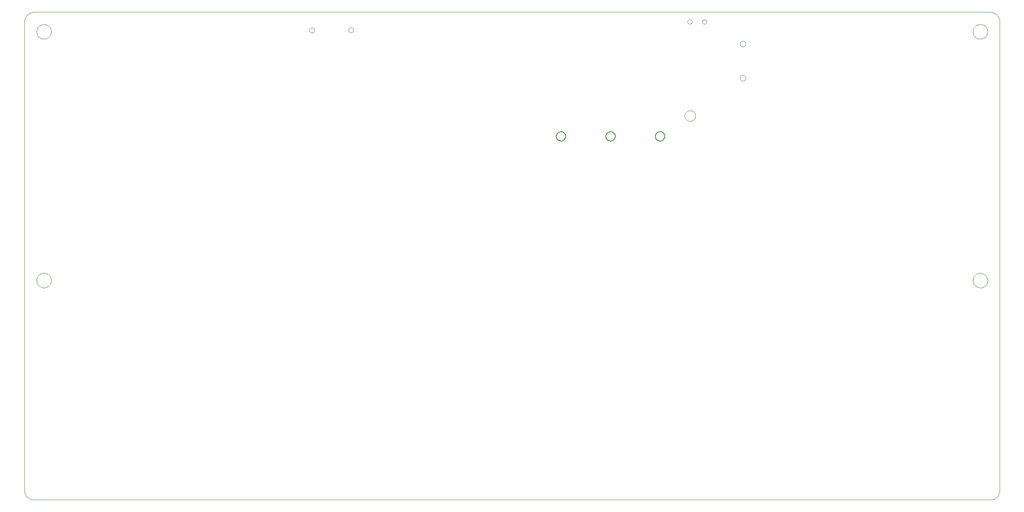
<source format=gbo>
G75*
G70*
%OFA0B0*%
%FSLAX24Y24*%
%IPPOS*%
%LPD*%
%AMOC8*
5,1,8,0,0,1.08239X$1,22.5*
%
%ADD10C,0.0000*%
%ADD11C,0.0050*%
D10*
X000927Y000100D02*
X078093Y000100D01*
X078147Y000102D01*
X078200Y000107D01*
X078253Y000116D01*
X078305Y000129D01*
X078357Y000145D01*
X078407Y000165D01*
X078455Y000188D01*
X078502Y000215D01*
X078547Y000244D01*
X078590Y000277D01*
X078630Y000312D01*
X078668Y000350D01*
X078703Y000390D01*
X078736Y000433D01*
X078765Y000478D01*
X078792Y000525D01*
X078815Y000573D01*
X078835Y000623D01*
X078851Y000675D01*
X078864Y000727D01*
X078873Y000780D01*
X078878Y000833D01*
X078880Y000887D01*
X078880Y038683D01*
X078878Y038737D01*
X078873Y038790D01*
X078864Y038843D01*
X078851Y038895D01*
X078835Y038947D01*
X078815Y038997D01*
X078792Y039045D01*
X078765Y039092D01*
X078736Y039137D01*
X078703Y039180D01*
X078668Y039220D01*
X078630Y039258D01*
X078590Y039293D01*
X078547Y039326D01*
X078502Y039355D01*
X078455Y039382D01*
X078407Y039405D01*
X078357Y039425D01*
X078305Y039441D01*
X078253Y039454D01*
X078200Y039463D01*
X078147Y039468D01*
X078093Y039470D01*
X000927Y039470D01*
X000873Y039468D01*
X000820Y039463D01*
X000767Y039454D01*
X000715Y039441D01*
X000663Y039425D01*
X000613Y039405D01*
X000565Y039382D01*
X000518Y039355D01*
X000473Y039326D01*
X000430Y039293D01*
X000390Y039258D01*
X000352Y039220D01*
X000317Y039180D01*
X000284Y039137D01*
X000255Y039092D01*
X000228Y039045D01*
X000205Y038997D01*
X000185Y038947D01*
X000169Y038895D01*
X000156Y038843D01*
X000147Y038790D01*
X000142Y038737D01*
X000140Y038683D01*
X000140Y000887D01*
X000142Y000833D01*
X000147Y000780D01*
X000156Y000727D01*
X000169Y000675D01*
X000185Y000623D01*
X000205Y000573D01*
X000228Y000525D01*
X000255Y000478D01*
X000284Y000433D01*
X000317Y000390D01*
X000352Y000350D01*
X000390Y000312D01*
X000430Y000277D01*
X000473Y000244D01*
X000518Y000215D01*
X000565Y000188D01*
X000613Y000165D01*
X000663Y000145D01*
X000715Y000129D01*
X000767Y000116D01*
X000820Y000107D01*
X000873Y000102D01*
X000927Y000100D01*
X001124Y017817D02*
X001126Y017865D01*
X001132Y017913D01*
X001142Y017960D01*
X001155Y018006D01*
X001173Y018051D01*
X001193Y018095D01*
X001218Y018137D01*
X001246Y018176D01*
X001276Y018213D01*
X001310Y018247D01*
X001347Y018279D01*
X001385Y018308D01*
X001426Y018333D01*
X001469Y018355D01*
X001514Y018373D01*
X001560Y018387D01*
X001607Y018398D01*
X001655Y018405D01*
X001703Y018408D01*
X001751Y018407D01*
X001799Y018402D01*
X001847Y018393D01*
X001893Y018381D01*
X001938Y018364D01*
X001982Y018344D01*
X002024Y018321D01*
X002064Y018294D01*
X002102Y018264D01*
X002137Y018231D01*
X002169Y018195D01*
X002199Y018157D01*
X002225Y018116D01*
X002247Y018073D01*
X002267Y018029D01*
X002282Y017984D01*
X002294Y017937D01*
X002302Y017889D01*
X002306Y017841D01*
X002306Y017793D01*
X002302Y017745D01*
X002294Y017697D01*
X002282Y017650D01*
X002267Y017605D01*
X002247Y017561D01*
X002225Y017518D01*
X002199Y017477D01*
X002169Y017439D01*
X002137Y017403D01*
X002102Y017370D01*
X002064Y017340D01*
X002024Y017313D01*
X001982Y017290D01*
X001938Y017270D01*
X001893Y017253D01*
X001847Y017241D01*
X001799Y017232D01*
X001751Y017227D01*
X001703Y017226D01*
X001655Y017229D01*
X001607Y017236D01*
X001560Y017247D01*
X001514Y017261D01*
X001469Y017279D01*
X001426Y017301D01*
X001385Y017326D01*
X001347Y017355D01*
X001310Y017387D01*
X001276Y017421D01*
X001246Y017458D01*
X001218Y017497D01*
X001193Y017539D01*
X001173Y017583D01*
X001155Y017628D01*
X001142Y017674D01*
X001132Y017721D01*
X001126Y017769D01*
X001124Y017817D01*
X001124Y037895D02*
X001126Y037943D01*
X001132Y037991D01*
X001142Y038038D01*
X001155Y038084D01*
X001173Y038129D01*
X001193Y038173D01*
X001218Y038215D01*
X001246Y038254D01*
X001276Y038291D01*
X001310Y038325D01*
X001347Y038357D01*
X001385Y038386D01*
X001426Y038411D01*
X001469Y038433D01*
X001514Y038451D01*
X001560Y038465D01*
X001607Y038476D01*
X001655Y038483D01*
X001703Y038486D01*
X001751Y038485D01*
X001799Y038480D01*
X001847Y038471D01*
X001893Y038459D01*
X001938Y038442D01*
X001982Y038422D01*
X002024Y038399D01*
X002064Y038372D01*
X002102Y038342D01*
X002137Y038309D01*
X002169Y038273D01*
X002199Y038235D01*
X002225Y038194D01*
X002247Y038151D01*
X002267Y038107D01*
X002282Y038062D01*
X002294Y038015D01*
X002302Y037967D01*
X002306Y037919D01*
X002306Y037871D01*
X002302Y037823D01*
X002294Y037775D01*
X002282Y037728D01*
X002267Y037683D01*
X002247Y037639D01*
X002225Y037596D01*
X002199Y037555D01*
X002169Y037517D01*
X002137Y037481D01*
X002102Y037448D01*
X002064Y037418D01*
X002024Y037391D01*
X001982Y037368D01*
X001938Y037348D01*
X001893Y037331D01*
X001847Y037319D01*
X001799Y037310D01*
X001751Y037305D01*
X001703Y037304D01*
X001655Y037307D01*
X001607Y037314D01*
X001560Y037325D01*
X001514Y037339D01*
X001469Y037357D01*
X001426Y037379D01*
X001385Y037404D01*
X001347Y037433D01*
X001310Y037465D01*
X001276Y037499D01*
X001246Y037536D01*
X001218Y037575D01*
X001193Y037617D01*
X001173Y037661D01*
X001155Y037706D01*
X001142Y037752D01*
X001132Y037799D01*
X001126Y037847D01*
X001124Y037895D01*
X023152Y038013D02*
X023154Y038040D01*
X023160Y038067D01*
X023169Y038093D01*
X023182Y038117D01*
X023198Y038140D01*
X023217Y038159D01*
X023239Y038176D01*
X023263Y038190D01*
X023288Y038200D01*
X023315Y038207D01*
X023342Y038210D01*
X023370Y038209D01*
X023397Y038204D01*
X023423Y038196D01*
X023447Y038184D01*
X023470Y038168D01*
X023491Y038150D01*
X023508Y038129D01*
X023523Y038105D01*
X023534Y038080D01*
X023542Y038054D01*
X023546Y038027D01*
X023546Y037999D01*
X023542Y037972D01*
X023534Y037946D01*
X023523Y037921D01*
X023508Y037897D01*
X023491Y037876D01*
X023470Y037858D01*
X023448Y037842D01*
X023423Y037830D01*
X023397Y037822D01*
X023370Y037817D01*
X023342Y037816D01*
X023315Y037819D01*
X023288Y037826D01*
X023263Y037836D01*
X023239Y037850D01*
X023217Y037867D01*
X023198Y037886D01*
X023182Y037909D01*
X023169Y037933D01*
X023160Y037959D01*
X023154Y037986D01*
X023152Y038013D01*
X026301Y038013D02*
X026303Y038040D01*
X026309Y038067D01*
X026318Y038093D01*
X026331Y038117D01*
X026347Y038140D01*
X026366Y038159D01*
X026388Y038176D01*
X026412Y038190D01*
X026437Y038200D01*
X026464Y038207D01*
X026491Y038210D01*
X026519Y038209D01*
X026546Y038204D01*
X026572Y038196D01*
X026596Y038184D01*
X026619Y038168D01*
X026640Y038150D01*
X026657Y038129D01*
X026672Y038105D01*
X026683Y038080D01*
X026691Y038054D01*
X026695Y038027D01*
X026695Y037999D01*
X026691Y037972D01*
X026683Y037946D01*
X026672Y037921D01*
X026657Y037897D01*
X026640Y037876D01*
X026619Y037858D01*
X026597Y037842D01*
X026572Y037830D01*
X026546Y037822D01*
X026519Y037817D01*
X026491Y037816D01*
X026464Y037819D01*
X026437Y037826D01*
X026412Y037836D01*
X026388Y037850D01*
X026366Y037867D01*
X026347Y037886D01*
X026331Y037909D01*
X026318Y037933D01*
X026309Y037959D01*
X026303Y037986D01*
X026301Y038013D01*
X053678Y038691D02*
X053680Y038717D01*
X053686Y038743D01*
X053696Y038768D01*
X053709Y038791D01*
X053725Y038811D01*
X053745Y038829D01*
X053767Y038844D01*
X053790Y038856D01*
X053816Y038864D01*
X053842Y038868D01*
X053868Y038868D01*
X053894Y038864D01*
X053920Y038856D01*
X053944Y038844D01*
X053965Y038829D01*
X053985Y038811D01*
X054001Y038791D01*
X054014Y038768D01*
X054024Y038743D01*
X054030Y038717D01*
X054032Y038691D01*
X054030Y038665D01*
X054024Y038639D01*
X054014Y038614D01*
X054001Y038591D01*
X053985Y038571D01*
X053965Y038553D01*
X053943Y038538D01*
X053920Y038526D01*
X053894Y038518D01*
X053868Y038514D01*
X053842Y038514D01*
X053816Y038518D01*
X053790Y038526D01*
X053766Y038538D01*
X053745Y038553D01*
X053725Y038571D01*
X053709Y038591D01*
X053696Y038614D01*
X053686Y038639D01*
X053680Y038665D01*
X053678Y038691D01*
X054859Y038691D02*
X054861Y038717D01*
X054867Y038743D01*
X054877Y038768D01*
X054890Y038791D01*
X054906Y038811D01*
X054926Y038829D01*
X054948Y038844D01*
X054971Y038856D01*
X054997Y038864D01*
X055023Y038868D01*
X055049Y038868D01*
X055075Y038864D01*
X055101Y038856D01*
X055125Y038844D01*
X055146Y038829D01*
X055166Y038811D01*
X055182Y038791D01*
X055195Y038768D01*
X055205Y038743D01*
X055211Y038717D01*
X055213Y038691D01*
X055211Y038665D01*
X055205Y038639D01*
X055195Y038614D01*
X055182Y038591D01*
X055166Y038571D01*
X055146Y038553D01*
X055124Y038538D01*
X055101Y038526D01*
X055075Y038518D01*
X055049Y038514D01*
X055023Y038514D01*
X054997Y038518D01*
X054971Y038526D01*
X054947Y038538D01*
X054926Y038553D01*
X054906Y038571D01*
X054890Y038591D01*
X054877Y038614D01*
X054867Y038639D01*
X054861Y038665D01*
X054859Y038691D01*
X057896Y036911D02*
X057898Y036941D01*
X057904Y036971D01*
X057913Y037000D01*
X057926Y037027D01*
X057943Y037052D01*
X057962Y037075D01*
X057985Y037096D01*
X058010Y037113D01*
X058036Y037127D01*
X058065Y037137D01*
X058094Y037144D01*
X058124Y037147D01*
X058155Y037146D01*
X058185Y037141D01*
X058214Y037132D01*
X058241Y037120D01*
X058267Y037105D01*
X058291Y037086D01*
X058312Y037064D01*
X058330Y037040D01*
X058345Y037013D01*
X058356Y036985D01*
X058364Y036956D01*
X058368Y036926D01*
X058368Y036896D01*
X058364Y036866D01*
X058356Y036837D01*
X058345Y036809D01*
X058330Y036782D01*
X058312Y036758D01*
X058291Y036736D01*
X058267Y036717D01*
X058241Y036702D01*
X058214Y036690D01*
X058185Y036681D01*
X058155Y036676D01*
X058124Y036675D01*
X058094Y036678D01*
X058065Y036685D01*
X058036Y036695D01*
X058010Y036709D01*
X057985Y036726D01*
X057962Y036747D01*
X057943Y036770D01*
X057926Y036795D01*
X057913Y036822D01*
X057904Y036851D01*
X057898Y036881D01*
X057896Y036911D01*
X057896Y034155D02*
X057898Y034185D01*
X057904Y034215D01*
X057913Y034244D01*
X057926Y034271D01*
X057943Y034296D01*
X057962Y034319D01*
X057985Y034340D01*
X058010Y034357D01*
X058036Y034371D01*
X058065Y034381D01*
X058094Y034388D01*
X058124Y034391D01*
X058155Y034390D01*
X058185Y034385D01*
X058214Y034376D01*
X058241Y034364D01*
X058267Y034349D01*
X058291Y034330D01*
X058312Y034308D01*
X058330Y034284D01*
X058345Y034257D01*
X058356Y034229D01*
X058364Y034200D01*
X058368Y034170D01*
X058368Y034140D01*
X058364Y034110D01*
X058356Y034081D01*
X058345Y034053D01*
X058330Y034026D01*
X058312Y034002D01*
X058291Y033980D01*
X058267Y033961D01*
X058241Y033946D01*
X058214Y033934D01*
X058185Y033925D01*
X058155Y033920D01*
X058124Y033919D01*
X058094Y033922D01*
X058065Y033929D01*
X058036Y033939D01*
X058010Y033953D01*
X057985Y033970D01*
X057962Y033991D01*
X057943Y034014D01*
X057926Y034039D01*
X057913Y034066D01*
X057904Y034095D01*
X057898Y034125D01*
X057896Y034155D01*
X053443Y031093D02*
X053445Y031134D01*
X053451Y031175D01*
X053461Y031215D01*
X053474Y031254D01*
X053491Y031291D01*
X053512Y031327D01*
X053536Y031361D01*
X053563Y031392D01*
X053592Y031420D01*
X053625Y031446D01*
X053659Y031468D01*
X053696Y031487D01*
X053734Y031502D01*
X053774Y031514D01*
X053814Y031522D01*
X053855Y031526D01*
X053897Y031526D01*
X053938Y031522D01*
X053978Y031514D01*
X054018Y031502D01*
X054056Y031487D01*
X054092Y031468D01*
X054127Y031446D01*
X054160Y031420D01*
X054189Y031392D01*
X054216Y031361D01*
X054240Y031327D01*
X054261Y031291D01*
X054278Y031254D01*
X054291Y031215D01*
X054301Y031175D01*
X054307Y031134D01*
X054309Y031093D01*
X054307Y031052D01*
X054301Y031011D01*
X054291Y030971D01*
X054278Y030932D01*
X054261Y030895D01*
X054240Y030859D01*
X054216Y030825D01*
X054189Y030794D01*
X054160Y030766D01*
X054127Y030740D01*
X054093Y030718D01*
X054056Y030699D01*
X054018Y030684D01*
X053978Y030672D01*
X053938Y030664D01*
X053897Y030660D01*
X053855Y030660D01*
X053814Y030664D01*
X053774Y030672D01*
X053734Y030684D01*
X053696Y030699D01*
X053660Y030718D01*
X053625Y030740D01*
X053592Y030766D01*
X053563Y030794D01*
X053536Y030825D01*
X053512Y030859D01*
X053491Y030895D01*
X053474Y030932D01*
X053461Y030971D01*
X053451Y031011D01*
X053445Y031052D01*
X053443Y031093D01*
X076714Y037895D02*
X076716Y037943D01*
X076722Y037991D01*
X076732Y038038D01*
X076745Y038084D01*
X076763Y038129D01*
X076783Y038173D01*
X076808Y038215D01*
X076836Y038254D01*
X076866Y038291D01*
X076900Y038325D01*
X076937Y038357D01*
X076975Y038386D01*
X077016Y038411D01*
X077059Y038433D01*
X077104Y038451D01*
X077150Y038465D01*
X077197Y038476D01*
X077245Y038483D01*
X077293Y038486D01*
X077341Y038485D01*
X077389Y038480D01*
X077437Y038471D01*
X077483Y038459D01*
X077528Y038442D01*
X077572Y038422D01*
X077614Y038399D01*
X077654Y038372D01*
X077692Y038342D01*
X077727Y038309D01*
X077759Y038273D01*
X077789Y038235D01*
X077815Y038194D01*
X077837Y038151D01*
X077857Y038107D01*
X077872Y038062D01*
X077884Y038015D01*
X077892Y037967D01*
X077896Y037919D01*
X077896Y037871D01*
X077892Y037823D01*
X077884Y037775D01*
X077872Y037728D01*
X077857Y037683D01*
X077837Y037639D01*
X077815Y037596D01*
X077789Y037555D01*
X077759Y037517D01*
X077727Y037481D01*
X077692Y037448D01*
X077654Y037418D01*
X077614Y037391D01*
X077572Y037368D01*
X077528Y037348D01*
X077483Y037331D01*
X077437Y037319D01*
X077389Y037310D01*
X077341Y037305D01*
X077293Y037304D01*
X077245Y037307D01*
X077197Y037314D01*
X077150Y037325D01*
X077104Y037339D01*
X077059Y037357D01*
X077016Y037379D01*
X076975Y037404D01*
X076937Y037433D01*
X076900Y037465D01*
X076866Y037499D01*
X076836Y037536D01*
X076808Y037575D01*
X076783Y037617D01*
X076763Y037661D01*
X076745Y037706D01*
X076732Y037752D01*
X076722Y037799D01*
X076716Y037847D01*
X076714Y037895D01*
X076714Y017817D02*
X076716Y017865D01*
X076722Y017913D01*
X076732Y017960D01*
X076745Y018006D01*
X076763Y018051D01*
X076783Y018095D01*
X076808Y018137D01*
X076836Y018176D01*
X076866Y018213D01*
X076900Y018247D01*
X076937Y018279D01*
X076975Y018308D01*
X077016Y018333D01*
X077059Y018355D01*
X077104Y018373D01*
X077150Y018387D01*
X077197Y018398D01*
X077245Y018405D01*
X077293Y018408D01*
X077341Y018407D01*
X077389Y018402D01*
X077437Y018393D01*
X077483Y018381D01*
X077528Y018364D01*
X077572Y018344D01*
X077614Y018321D01*
X077654Y018294D01*
X077692Y018264D01*
X077727Y018231D01*
X077759Y018195D01*
X077789Y018157D01*
X077815Y018116D01*
X077837Y018073D01*
X077857Y018029D01*
X077872Y017984D01*
X077884Y017937D01*
X077892Y017889D01*
X077896Y017841D01*
X077896Y017793D01*
X077892Y017745D01*
X077884Y017697D01*
X077872Y017650D01*
X077857Y017605D01*
X077837Y017561D01*
X077815Y017518D01*
X077789Y017477D01*
X077759Y017439D01*
X077727Y017403D01*
X077692Y017370D01*
X077654Y017340D01*
X077614Y017313D01*
X077572Y017290D01*
X077528Y017270D01*
X077483Y017253D01*
X077437Y017241D01*
X077389Y017232D01*
X077341Y017227D01*
X077293Y017226D01*
X077245Y017229D01*
X077197Y017236D01*
X077150Y017247D01*
X077104Y017261D01*
X077059Y017279D01*
X077016Y017301D01*
X076975Y017326D01*
X076937Y017355D01*
X076900Y017387D01*
X076866Y017421D01*
X076836Y017458D01*
X076808Y017497D01*
X076783Y017539D01*
X076763Y017583D01*
X076745Y017628D01*
X076732Y017674D01*
X076722Y017721D01*
X076716Y017769D01*
X076714Y017817D01*
D11*
X051084Y029439D02*
X051086Y029478D01*
X051092Y029516D01*
X051102Y029553D01*
X051115Y029589D01*
X051133Y029624D01*
X051153Y029656D01*
X051177Y029687D01*
X051204Y029714D01*
X051234Y029739D01*
X051266Y029760D01*
X051300Y029779D01*
X051336Y029793D01*
X051373Y029804D01*
X051411Y029811D01*
X051449Y029814D01*
X051488Y029813D01*
X051526Y029808D01*
X051564Y029799D01*
X051600Y029786D01*
X051635Y029770D01*
X051668Y029750D01*
X051699Y029727D01*
X051728Y029701D01*
X051753Y029672D01*
X051775Y029640D01*
X051794Y029607D01*
X051810Y029571D01*
X051822Y029535D01*
X051830Y029497D01*
X051834Y029458D01*
X051834Y029420D01*
X051830Y029381D01*
X051822Y029343D01*
X051810Y029307D01*
X051794Y029271D01*
X051775Y029238D01*
X051753Y029206D01*
X051728Y029177D01*
X051699Y029151D01*
X051668Y029128D01*
X051635Y029108D01*
X051600Y029092D01*
X051564Y029079D01*
X051526Y029070D01*
X051488Y029065D01*
X051449Y029064D01*
X051411Y029067D01*
X051373Y029074D01*
X051336Y029085D01*
X051300Y029099D01*
X051266Y029118D01*
X051234Y029139D01*
X051204Y029164D01*
X051177Y029191D01*
X051153Y029222D01*
X051133Y029254D01*
X051115Y029289D01*
X051102Y029325D01*
X051092Y029362D01*
X051086Y029400D01*
X051084Y029439D01*
X047084Y029439D02*
X047086Y029478D01*
X047092Y029516D01*
X047102Y029553D01*
X047115Y029589D01*
X047133Y029624D01*
X047153Y029656D01*
X047177Y029687D01*
X047204Y029714D01*
X047234Y029739D01*
X047266Y029760D01*
X047300Y029779D01*
X047336Y029793D01*
X047373Y029804D01*
X047411Y029811D01*
X047449Y029814D01*
X047488Y029813D01*
X047526Y029808D01*
X047564Y029799D01*
X047600Y029786D01*
X047635Y029770D01*
X047668Y029750D01*
X047699Y029727D01*
X047728Y029701D01*
X047753Y029672D01*
X047775Y029640D01*
X047794Y029607D01*
X047810Y029571D01*
X047822Y029535D01*
X047830Y029497D01*
X047834Y029458D01*
X047834Y029420D01*
X047830Y029381D01*
X047822Y029343D01*
X047810Y029307D01*
X047794Y029271D01*
X047775Y029238D01*
X047753Y029206D01*
X047728Y029177D01*
X047699Y029151D01*
X047668Y029128D01*
X047635Y029108D01*
X047600Y029092D01*
X047564Y029079D01*
X047526Y029070D01*
X047488Y029065D01*
X047449Y029064D01*
X047411Y029067D01*
X047373Y029074D01*
X047336Y029085D01*
X047300Y029099D01*
X047266Y029118D01*
X047234Y029139D01*
X047204Y029164D01*
X047177Y029191D01*
X047153Y029222D01*
X047133Y029254D01*
X047115Y029289D01*
X047102Y029325D01*
X047092Y029362D01*
X047086Y029400D01*
X047084Y029439D01*
X043084Y029439D02*
X043086Y029478D01*
X043092Y029516D01*
X043102Y029553D01*
X043115Y029589D01*
X043133Y029624D01*
X043153Y029656D01*
X043177Y029687D01*
X043204Y029714D01*
X043234Y029739D01*
X043266Y029760D01*
X043300Y029779D01*
X043336Y029793D01*
X043373Y029804D01*
X043411Y029811D01*
X043449Y029814D01*
X043488Y029813D01*
X043526Y029808D01*
X043564Y029799D01*
X043600Y029786D01*
X043635Y029770D01*
X043668Y029750D01*
X043699Y029727D01*
X043728Y029701D01*
X043753Y029672D01*
X043775Y029640D01*
X043794Y029607D01*
X043810Y029571D01*
X043822Y029535D01*
X043830Y029497D01*
X043834Y029458D01*
X043834Y029420D01*
X043830Y029381D01*
X043822Y029343D01*
X043810Y029307D01*
X043794Y029271D01*
X043775Y029238D01*
X043753Y029206D01*
X043728Y029177D01*
X043699Y029151D01*
X043668Y029128D01*
X043635Y029108D01*
X043600Y029092D01*
X043564Y029079D01*
X043526Y029070D01*
X043488Y029065D01*
X043449Y029064D01*
X043411Y029067D01*
X043373Y029074D01*
X043336Y029085D01*
X043300Y029099D01*
X043266Y029118D01*
X043234Y029139D01*
X043204Y029164D01*
X043177Y029191D01*
X043153Y029222D01*
X043133Y029254D01*
X043115Y029289D01*
X043102Y029325D01*
X043092Y029362D01*
X043086Y029400D01*
X043084Y029439D01*
M02*

</source>
